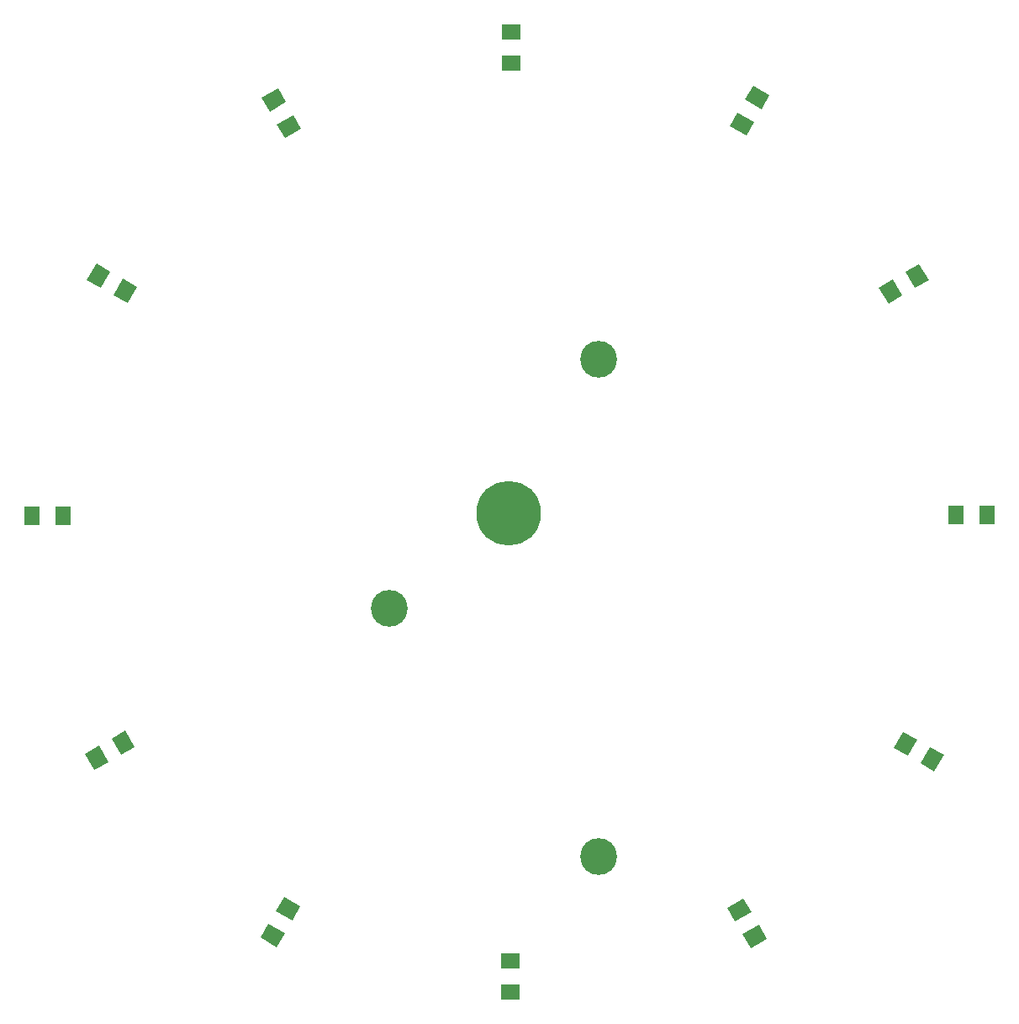
<source format=gbp>
G04 MADE WITH FRITZING*
G04 WWW.FRITZING.ORG*
G04 DOUBLE SIDED*
G04 HOLES PLATED*
G04 CONTOUR ON CENTER OF CONTOUR VECTOR*
%ASAXBY*%
%FSLAX23Y23*%
%MOIN*%
%OFA0B0*%
%SFA1.0B1.0*%
%ADD10C,0.255905*%
%ADD11C,0.145669*%
%ADD12R,0.074803X0.062992*%
%ADD13R,0.062992X0.074803*%
%LNPASTEMASK0*%
G90*
G70*
G54D10*
X1965Y1971D03*
G54D11*
X2319Y2582D03*
X1492Y1597D03*
X2319Y613D03*
G54D12*
X1973Y3879D03*
X1973Y3757D03*
G54D13*
X75Y1961D03*
X197Y1961D03*
G54D12*
X1969Y77D03*
X1969Y199D03*
G54D13*
X3859Y1967D03*
X3737Y1967D03*
G36*
X292Y2897D02*
X330Y2962D01*
X384Y2930D01*
X347Y2865D01*
X292Y2897D01*
G37*
D02*
G36*
X398Y2836D02*
X435Y2901D01*
X490Y2869D01*
X453Y2804D01*
X398Y2836D01*
G37*
D02*
G36*
X2933Y3665D02*
X2998Y3628D01*
X2967Y3573D01*
X2902Y3611D01*
X2933Y3665D01*
G37*
D02*
G36*
X2872Y3560D02*
X2937Y3522D01*
X2906Y3468D01*
X2841Y3505D01*
X2872Y3560D01*
G37*
D02*
G36*
X3592Y2960D02*
X3629Y2895D01*
X3575Y2864D01*
X3537Y2928D01*
X3592Y2960D01*
G37*
D02*
G36*
X3486Y2899D02*
X3523Y2834D01*
X3469Y2803D01*
X3432Y2867D01*
X3486Y2899D01*
G37*
D02*
G36*
X322Y955D02*
X285Y1019D01*
X339Y1051D01*
X377Y986D01*
X322Y955D01*
G37*
D02*
G36*
X428Y1016D02*
X390Y1080D01*
X445Y1112D01*
X482Y1047D01*
X428Y1016D01*
G37*
D02*
G36*
X1045Y253D02*
X980Y291D01*
X1012Y345D01*
X1076Y308D01*
X1045Y253D01*
G37*
D02*
G36*
X1106Y359D02*
X1041Y396D01*
X1073Y451D01*
X1137Y414D01*
X1106Y359D01*
G37*
D02*
G36*
X2988Y287D02*
X2923Y250D01*
X2892Y304D01*
X2956Y342D01*
X2988Y287D01*
G37*
D02*
G36*
X2927Y393D02*
X2862Y355D01*
X2831Y410D01*
X2895Y447D01*
X2927Y393D01*
G37*
D02*
G36*
X984Y3618D02*
X1049Y3655D01*
X1080Y3601D01*
X1016Y3563D01*
X984Y3618D01*
G37*
D02*
G36*
X1045Y3512D02*
X1110Y3550D01*
X1141Y3495D01*
X1077Y3458D01*
X1045Y3512D01*
G37*
D02*
G36*
X3689Y1015D02*
X3651Y950D01*
X3597Y981D01*
X3634Y1046D01*
X3689Y1015D01*
G37*
D02*
G36*
X3583Y1076D02*
X3546Y1011D01*
X3491Y1042D01*
X3528Y1107D01*
X3583Y1076D01*
G37*
D02*
G04 End of PasteMask0*
M02*
</source>
